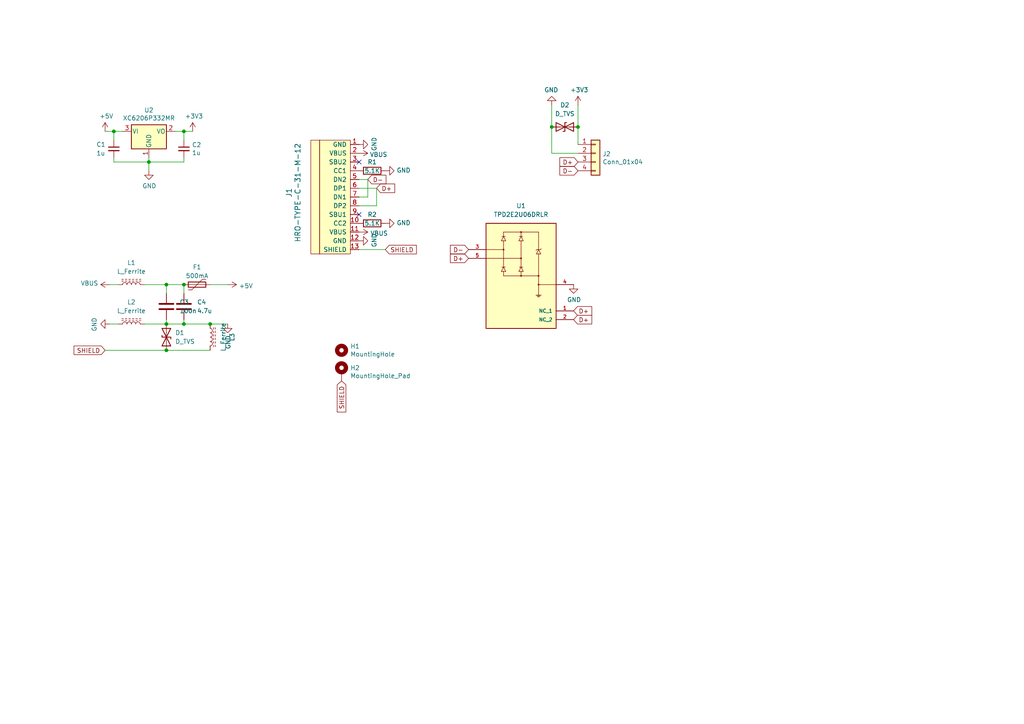
<source format=kicad_sch>
(kicad_sch (version 20210126) (generator eeschema)
  (paper "A4")
  (lib_symbols
    (symbol "Connector_Generic:Conn_01x04" (pin_names (offset 1.016) hide)
      (property "Reference" "J" (at 0 5.08 0))
      (property "Value" "Conn_01x04" (at 0 -7.62 0))
      (symbol "Conn_01x04_1_1"
        (rectangle (start -1.27 -4.953) (end 0 -5.207) (stroke (width 0.1524)))
        (rectangle (start -1.27 -2.413) (end 0 -2.667) (stroke (width 0.1524)))
        (rectangle (start -1.27 2.667) (end 0 2.413) (stroke (width 0.1524)))
        (rectangle (start -1.27 3.81) (end 1.27 -6.35) (stroke (width 0.254)) (fill (type background)))
        (rectangle (start -1.27 0.127) (end 0 -0.127) (stroke (width 0.1524)))
        (pin passive line (at -5.08 2.54 0) (length 3.81) (name "Pin_1") (number "1"))
        (pin passive line (at -5.08 0 0) (length 3.81) (name "Pin_2") (number "2"))
        (pin passive line (at -5.08 -2.54 0) (length 3.81) (name "Pin_3") (number "3"))
        (pin passive line (at -5.08 -5.08 0) (length 3.81) (name "Pin_4") (number "4"))
      )
    )
    (symbol "Device:C" (pin_numbers hide) (pin_names (offset 0.254))
      (property "Reference" "C" (at 0.635 2.54 0))
      (property "Value" "C" (at 0.635 -2.54 0))
      (symbol "C_0_1"
        (polyline (pts (xy -2.032 -0.762) (xy 2.032 -0.762)) (stroke (width 0.508)))
        (polyline (pts (xy -2.032 0.762) (xy 2.032 0.762)) (stroke (width 0.508)))
      )
      (symbol "C_1_1"
        (pin passive line (at 0 3.81 270) (length 2.794) (name "~") (number "1"))
        (pin passive line (at 0 -3.81 90) (length 2.794) (name "~") (number "2"))
      )
    )
    (symbol "Device:C_Small" (pin_numbers hide) (pin_names (offset 0.254) hide)
      (property "Reference" "C" (at 0.254 1.778 0))
      (property "Value" "C_Small" (at 0.254 -2.032 0))
      (symbol "C_Small_0_1"
        (polyline (pts (xy -1.524 -0.508) (xy 1.524 -0.508)) (stroke (width 0.3302)))
        (polyline (pts (xy -1.524 0.508) (xy 1.524 0.508)) (stroke (width 0.3048)))
      )
      (symbol "C_Small_1_1"
        (pin passive line (at 0 2.54 270) (length 2.032) (name "~") (number "1"))
        (pin passive line (at 0 -2.54 90) (length 2.032) (name "~") (number "2"))
      )
    )
    (symbol "Device:D_TVS" (pin_numbers hide) (pin_names (offset 1.016) hide)
      (property "Reference" "D" (at 0 2.54 0))
      (property "Value" "D_TVS" (at 0 -2.54 0))
      (symbol "D_TVS_0_1"
        (polyline (pts (xy 1.27 0) (xy -1.27 0)))
        (polyline (pts (xy 0.508 1.27) (xy 0 1.27) (xy 0 -1.27) (xy -0.508 -1.27)) (stroke (width 0.254)))
        (polyline (pts (xy -2.54 1.27) (xy -2.54 -1.27) (xy 2.54 1.27) (xy 2.54 -1.27) (xy -2.54 1.27)) (stroke (width 0.254)))
      )
      (symbol "D_TVS_1_1"
        (pin passive line (at -3.81 0 0) (length 2.54) (name "A1") (number "1"))
        (pin passive line (at 3.81 0 180) (length 2.54) (name "A2") (number "2"))
      )
    )
    (symbol "Device:L_Ferrite" (pin_numbers hide) (pin_names (offset 1.016) hide)
      (property "Reference" "L" (at -1.27 0 90))
      (property "Value" "L_Ferrite" (at 2.794 0 90))
      (symbol "L_Ferrite_0_1"
        (arc (start 0 -2.54) (end 0 -1.27) (radius (at 0 -1.905) (length 0.635) (angles -89.9 89.9)))
        (arc (start 0 -1.27) (end 0 0) (radius (at 0 -0.635) (length 0.635) (angles -89.9 89.9)))
        (arc (start 0 0) (end 0 1.27) (radius (at 0 0.635) (length 0.635) (angles -89.9 89.9)))
        (arc (start 0 1.27) (end 0 2.54) (radius (at 0 1.905) (length 0.635) (angles -89.9 89.9)))
        (polyline (pts (xy 1.016 -2.794) (xy 1.016 -2.286)))
        (polyline (pts (xy 1.016 -1.778) (xy 1.016 -1.27)))
        (polyline (pts (xy 1.016 -0.762) (xy 1.016 -0.254)))
        (polyline (pts (xy 1.016 0.254) (xy 1.016 0.762)))
        (polyline (pts (xy 1.016 1.27) (xy 1.016 1.778)))
        (polyline (pts (xy 1.016 2.286) (xy 1.016 2.794)))
        (polyline (pts (xy 1.524 -2.286) (xy 1.524 -2.794)))
        (polyline (pts (xy 1.524 -1.27) (xy 1.524 -1.778)))
        (polyline (pts (xy 1.524 -0.254) (xy 1.524 -0.762)))
        (polyline (pts (xy 1.524 0.762) (xy 1.524 0.254)))
        (polyline (pts (xy 1.524 1.778) (xy 1.524 1.27)))
        (polyline (pts (xy 1.524 2.794) (xy 1.524 2.286)))
      )
      (symbol "L_Ferrite_1_1"
        (pin passive line (at 0 3.81 270) (length 1.27) (name "1") (number "1"))
        (pin passive line (at 0 -3.81 90) (length 1.27) (name "2") (number "2"))
      )
    )
    (symbol "Device:Polyfuse" (pin_numbers hide) (pin_names (offset 0))
      (property "Reference" "F" (at -2.54 0 90))
      (property "Value" "Polyfuse" (at 2.54 0 90))
      (symbol "Polyfuse_0_1"
        (rectangle (start -0.762 2.54) (end 0.762 -2.54) (stroke (width 0.254)))
        (polyline (pts (xy 0 2.54) (xy 0 -2.54)))
        (polyline (pts (xy -1.524 2.54) (xy -1.524 1.524) (xy 1.524 -1.524) (xy 1.524 -2.54)))
      )
      (symbol "Polyfuse_1_1"
        (pin passive line (at 0 3.81 270) (length 1.27) (name "~") (number "1"))
        (pin passive line (at 0 -3.81 90) (length 1.27) (name "~") (number "2"))
      )
    )
    (symbol "Device:R" (pin_numbers hide) (pin_names (offset 0))
      (property "Reference" "R" (at 2.032 0 90))
      (property "Value" "R" (at 0 0 90))
      (symbol "R_0_1"
        (rectangle (start -1.016 -2.54) (end 1.016 2.54) (stroke (width 0.254)))
      )
      (symbol "R_1_1"
        (pin passive line (at 0 3.81 270) (length 1.27) (name "~") (number "1"))
        (pin passive line (at 0 -3.81 90) (length 1.27) (name "~") (number "2"))
      )
    )
    (symbol "Mechanical:MountingHole" (pin_names (offset 1.016))
      (property "Reference" "H" (at 0 5.08 0))
      (property "Value" "MountingHole" (at 0 3.175 0))
      (symbol "MountingHole_0_1"
        (circle (center 0 0) (radius 1.27) (stroke (width 1.27)))
      )
    )
    (symbol "Mechanical:MountingHole_Pad" (pin_numbers hide) (pin_names (offset 1.016) hide)
      (property "Reference" "H" (at 0 6.35 0))
      (property "Value" "MountingHole_Pad" (at 0 4.445 0))
      (symbol "MountingHole_Pad_0_1"
        (circle (center 0 1.27) (radius 1.27) (stroke (width 1.27)))
      )
      (symbol "MountingHole_Pad_1_1"
        (pin input line (at 0 -2.54 90) (length 2.54) (name "1") (number "1"))
      )
    )
    (symbol "Regulator_Linear:XC6206PxxxMR" (pin_names (offset 0.254))
      (property "Reference" "U" (at -3.81 3.175 0))
      (property "Value" "XC6206PxxxMR" (at 0 3.175 0))
      (symbol "XC6206PxxxMR_0_1"
        (rectangle (start -5.08 1.905) (end 5.08 -5.08) (stroke (width 0.254)) (fill (type background)))
      )
      (symbol "XC6206PxxxMR_1_1"
        (pin power_in line (at 0 -7.62 90) (length 2.54) (name "GND") (number "1"))
        (pin power_out line (at 7.62 0 180) (length 2.54) (name "VO") (number "2"))
        (pin power_in line (at -7.62 0 0) (length 2.54) (name "VI") (number "3"))
      )
    )
    (symbol "TPD2E2U06DRLR:TPD2E2U06DRLR" (pin_names (offset 1.016))
      (property "Reference" "U" (at -10.16 16.2306 0))
      (property "Value" "TPD2E2U06DRLR" (at -10.16 -19.2278 0))
      (symbol "TPD2E2U06DRLR_0_0"
        (circle (center 0 12.7) (radius 0.127) (stroke (width 0.254)))
        (circle (center 0 5.08) (radius 0.127) (stroke (width 0.254)))
        (circle (center -5.08 7.62) (radius 0.127) (stroke (width 0.254)))
        (circle (center 5.08 0) (radius 0.127) (stroke (width 0.254)))
        (circle (center 0 0) (radius 0.127) (stroke (width 0.254)))
        (circle (center 5.08 -2.54) (radius 0.127) (stroke (width 0.254)))
        (rectangle (start -10.16 -15.24) (end 10.16 15.24) (stroke (width 0.254)) (fill (type background)))
        (polyline (pts (xy 0.508 11.43) (xy 0 11.43)) (stroke (width 0.1524)))
        (polyline (pts (xy 0 11.43) (xy -0.508 11.43)) (stroke (width 0.1524)))
        (polyline (pts (xy 0.635 10.16) (xy 0 11.43)) (stroke (width 0.1524)))
        (polyline (pts (xy 0 11.43) (xy -0.635 10.16)) (stroke (width 0.1524)))
        (polyline (pts (xy -0.635 10.16) (xy 0 10.16)) (stroke (width 0.1524)))
        (polyline (pts (xy 0 10.16) (xy 0.635 10.16)) (stroke (width 0.1524)))
        (polyline (pts (xy -4.572 11.43) (xy -5.08 11.43)) (stroke (width 0.1524)))
        (polyline (pts (xy -5.08 11.43) (xy -5.588 11.43)) (stroke (width 0.1524)))
        (polyline (pts (xy -4.445 10.16) (xy -5.08 11.43)) (stroke (width 0.1524)))
        (polyline (pts (xy -5.08 11.43) (xy -5.715 10.16)) (stroke (width 0.1524)))
        (polyline (pts (xy -5.715 10.16) (xy -5.08 10.16)) (stroke (width 0.1524)))
        (polyline (pts (xy -5.08 10.16) (xy -4.445 10.16)) (stroke (width 0.1524)))
        (polyline (pts (xy 5.715 6.35) (xy 5.08 7.62)) (stroke (width 0.1524)))
        (polyline (pts (xy 5.08 7.62) (xy 4.445 6.35)) (stroke (width 0.1524)))
        (polyline (pts (xy 4.572 7.62) (xy 5.08 7.62)) (stroke (width 0.1524)))
        (polyline (pts (xy 4.445 6.35) (xy 5.715 6.35)) (stroke (width 0.1524)))
        (polyline (pts (xy 5.08 7.62) (xy 5.588 7.62)) (stroke (width 0.1524)))
        (polyline (pts (xy 4.572 7.62) (xy 4.318 7.366)) (stroke (width 0.1524)))
        (polyline (pts (xy 5.588 7.62) (xy 5.842 7.874)) (stroke (width 0.1524)))
        (polyline (pts (xy 5.08 6.35) (xy 5.08 0)) (stroke (width 0.1524)))
        (polyline (pts (xy 5.08 0) (xy 5.08 -2.54)) (stroke (width 0.1524)))
        (polyline (pts (xy 5.08 -2.54) (xy 5.08 -5.588)) (stroke (width 0.1524)))
        (polyline (pts (xy 5.08 -5.588) (xy 4.318 -5.588)) (stroke (width 0.1524)))
        (polyline (pts (xy 5.08 -5.588) (xy 5.842 -5.588)) (stroke (width 0.1524)))
        (polyline (pts (xy 4.572 -5.842) (xy 5.588 -5.842)) (stroke (width 0.1524)))
        (polyline (pts (xy 4.826 -6.096) (xy 5.334 -6.096)) (stroke (width 0.1524)))
        (polyline (pts (xy 0.508 2.54) (xy 0 2.54)) (stroke (width 0.1524)))
        (polyline (pts (xy 0 2.54) (xy -0.508 2.54)) (stroke (width 0.1524)))
        (polyline (pts (xy 0.635 1.27) (xy 0 2.54)) (stroke (width 0.1524)))
        (polyline (pts (xy 0 2.54) (xy -0.635 1.27)) (stroke (width 0.1524)))
        (polyline (pts (xy -0.635 1.27) (xy 0 1.27)) (stroke (width 0.1524)))
        (polyline (pts (xy 0 1.27) (xy 0.635 1.27)) (stroke (width 0.1524)))
        (polyline (pts (xy -4.572 2.54) (xy -5.08 2.54)) (stroke (width 0.1524)))
        (polyline (pts (xy -5.08 2.54) (xy -5.588 2.54)) (stroke (width 0.1524)))
        (polyline (pts (xy -4.445 1.27) (xy -5.08 2.54)) (stroke (width 0.1524)))
        (polyline (pts (xy -5.08 2.54) (xy -5.715 1.27)) (stroke (width 0.1524)))
        (polyline (pts (xy -5.715 1.27) (xy -5.08 1.27)) (stroke (width 0.1524)))
        (polyline (pts (xy -5.08 1.27) (xy -4.445 1.27)) (stroke (width 0.1524)))
        (polyline (pts (xy -5.08 11.43) (xy -5.08 12.7)) (stroke (width 0.1524)))
        (polyline (pts (xy -5.08 12.7) (xy 0 12.7)) (stroke (width 0.1524)))
        (polyline (pts (xy 0 12.7) (xy 5.08 12.7)) (stroke (width 0.1524)))
        (polyline (pts (xy 0 11.43) (xy 0 12.7)) (stroke (width 0.1524)))
        (polyline (pts (xy 0 10.16) (xy 0 5.08)) (stroke (width 0.1524)))
        (polyline (pts (xy 0 5.08) (xy 0 2.54)) (stroke (width 0.1524)))
        (polyline (pts (xy -5.08 10.16) (xy -5.08 7.62)) (stroke (width 0.1524)))
        (polyline (pts (xy -5.08 7.62) (xy -5.08 2.54)) (stroke (width 0.1524)))
        (polyline (pts (xy -5.08 1.27) (xy -5.08 0)) (stroke (width 0.1524)))
        (polyline (pts (xy -5.08 0) (xy 0 0)) (stroke (width 0.1524)))
        (polyline (pts (xy 0 1.27) (xy 0 0)) (stroke (width 0.1524)))
        (polyline (pts (xy 5.08 7.62) (xy 5.08 12.7)) (stroke (width 0.1524)))
        (polyline (pts (xy 0 5.08) (xy -10.16 5.08)) (stroke (width 0.1524)))
        (polyline (pts (xy -5.08 7.62) (xy -10.16 7.62)) (stroke (width 0.1524)))
        (polyline (pts (xy 5.08 -2.54) (xy 10.16 -2.54)) (stroke (width 0.1524)))
        (polyline (pts (xy 0 0) (xy 5.08 0)) (stroke (width 0.1524)))
        (pin bidirectional line (at -15.24 7.62 0) (length 5.08) (name "~") (number "3"))
        (pin bidirectional line (at -15.24 5.08 0) (length 5.08) (name "~") (number "5"))
        (pin power_in line (at 15.24 -2.54 180) (length 5.08) (name "~") (number "4"))
        (pin passive line (at 15.24 -10.16 180) (length 5.08) (name "NC_1") (number "1"))
        (pin passive line (at 15.24 -12.7 180) (length 5.08) (name "NC_2") (number "2"))
      )
    )
    (symbol "dboard-rescue:HRO-TYPE-C-31-M-12-Type-C" (pin_names (offset 1.016))
      (property "Reference" "USB" (at -5.08 16.51 0))
      (property "Value" "HRO-TYPE-C-31-M-12-Type-C" (at -10.16 -1.27 90))
      (symbol "HRO-TYPE-C-31-M-12-Type-C_0_1"
        (rectangle (start -11.43 15.24) (end -8.89 -17.78) (fill (type background)))
        (rectangle (start 0 -17.78) (end -8.89 15.24) (fill (type background)))
      )
      (symbol "HRO-TYPE-C-31-M-12-Type-C_1_1"
        (pin input line (at 2.54 13.97 180) (length 2.54) (name "GND") (number "1"))
        (pin input line (at 2.54 -8.89 180) (length 2.54) (name "CC2") (number "10"))
        (pin input line (at 2.54 -11.43 180) (length 2.54) (name "VBUS") (number "11"))
        (pin input line (at 2.54 -13.97 180) (length 2.54) (name "GND") (number "12"))
        (pin input line (at 2.54 -16.51 180) (length 2.54) (name "SHIELD") (number "13"))
        (pin input line (at 2.54 11.43 180) (length 2.54) (name "VBUS") (number "2"))
        (pin input line (at 2.54 8.89 180) (length 2.54) (name "SBU2") (number "3"))
        (pin input line (at 2.54 6.35 180) (length 2.54) (name "CC1") (number "4"))
        (pin input line (at 2.54 3.81 180) (length 2.54) (name "DN2") (number "5"))
        (pin input line (at 2.54 1.27 180) (length 2.54) (name "DP1") (number "6"))
        (pin input line (at 2.54 -1.27 180) (length 2.54) (name "DN1") (number "7"))
        (pin input line (at 2.54 -3.81 180) (length 2.54) (name "DP2") (number "8"))
        (pin input line (at 2.54 -6.35 180) (length 2.54) (name "SBU1") (number "9"))
      )
    )
    (symbol "power:+3.3V" (power) (pin_names (offset 0))
      (property "Value" "+3.3V" (at 0 3.556 0))
      (symbol "+3.3V_0_1"
        (polyline (pts (xy -0.762 1.27) (xy 0 2.54)))
        (polyline (pts (xy 0 0) (xy 0 2.54)))
        (polyline (pts (xy 0 2.54) (xy 0.762 1.27)))
      )
      (symbol "+3.3V_1_1"
        (pin power_in line (at 0 0 90) (length 0) hide (name "+3V3") (number "1"))
      )
    )
    (symbol "power:+5V" (power) (pin_names (offset 0))
      (property "Value" "+5V" (at 0 3.556 0))
      (symbol "+5V_0_1"
        (polyline (pts (xy -0.762 1.27) (xy 0 2.54)))
        (polyline (pts (xy 0 0) (xy 0 2.54)))
        (polyline (pts (xy 0 2.54) (xy 0.762 1.27)))
      )
      (symbol "+5V_1_1"
        (pin power_in line (at 0 0 90) (length 0) hide (name "+5V") (number "1"))
      )
    )
    (symbol "power:GND" (power) (pin_names (offset 0))
      (property "Value" "GND" (at 0 -3.81 0))
      (symbol "GND_0_1"
        (polyline (pts (xy 0 0) (xy 0 -1.27) (xy 1.27 -1.27) (xy 0 -2.54) (xy -1.27 -1.27) (xy 0 -1.27)))
      )
      (symbol "GND_1_1"
        (pin power_in line (at 0 0 270) (length 0) hide (name "GND") (number "1"))
      )
    )
    (symbol "power:VBUS" (power) (pin_names (offset 0))
      (property "Value" "VBUS" (at 0 3.81 0))
      (symbol "VBUS_0_1"
        (polyline (pts (xy -0.762 1.27) (xy 0 2.54)))
        (polyline (pts (xy 0 0) (xy 0 2.54)))
        (polyline (pts (xy 0 2.54) (xy 0.762 1.27)))
      )
      (symbol "VBUS_1_1"
        (pin power_in line (at 0 0 90) (length 0) hide (name "VBUS") (number "1"))
      )
    )
  )
  (junction (at 33.02 38.1) (diameter 0.9144))
  (junction (at 43.18 46.99) (diameter 0.9144))
  (junction (at 48.26 82.55) (diameter 0.9144))
  (junction (at 48.26 93.98) (diameter 0.9144))
  (junction (at 48.26 101.6) (diameter 0.9144))
  (junction (at 53.34 38.1) (diameter 0.9144))
  (junction (at 53.34 82.55) (diameter 0.9144))
  (junction (at 53.34 93.98) (diameter 0.9144))
  (junction (at 60.96 93.98) (diameter 0.9144))
  (junction (at 160.02 36.83) (diameter 0.9144))
  (junction (at 167.64 36.83) (diameter 0.9144))
  (no_connect (at 104.14 46.99))
  (no_connect (at 104.14 62.23))
  (wire (pts (xy 30.48 38.1) (xy 33.02 38.1)))
  (wire (pts (xy 30.48 101.6) (xy 48.26 101.6)))
  (wire (pts (xy 31.75 82.55) (xy 34.29 82.55)))
  (wire (pts (xy 31.75 93.98) (xy 34.29 93.98)))
  (wire (pts (xy 33.02 38.1) (xy 33.02 40.64)))
  (wire (pts (xy 33.02 38.1) (xy 35.56 38.1)))
  (wire (pts (xy 33.02 45.72) (xy 33.02 46.99)))
  (wire (pts (xy 33.02 46.99) (xy 43.18 46.99)))
  (wire (pts (xy 41.91 82.55) (xy 48.26 82.55)))
  (wire (pts (xy 41.91 93.98) (xy 48.26 93.98)))
  (wire (pts (xy 43.18 45.72) (xy 43.18 46.99)))
  (wire (pts (xy 43.18 46.99) (xy 43.18 49.53)))
  (wire (pts (xy 48.26 82.55) (xy 48.26 85.09)))
  (wire (pts (xy 48.26 82.55) (xy 53.34 82.55)))
  (wire (pts (xy 48.26 92.71) (xy 48.26 93.98)))
  (wire (pts (xy 48.26 93.98) (xy 53.34 93.98)))
  (wire (pts (xy 48.26 101.6) (xy 60.96 101.6)))
  (wire (pts (xy 50.8 38.1) (xy 53.34 38.1)))
  (wire (pts (xy 53.34 38.1) (xy 53.34 40.64)))
  (wire (pts (xy 53.34 38.1) (xy 55.88 38.1)))
  (wire (pts (xy 53.34 45.72) (xy 53.34 46.99)))
  (wire (pts (xy 53.34 46.99) (xy 43.18 46.99)))
  (wire (pts (xy 53.34 82.55) (xy 53.34 85.09)))
  (wire (pts (xy 53.34 92.71) (xy 53.34 93.98)))
  (wire (pts (xy 53.34 93.98) (xy 60.96 93.98)))
  (wire (pts (xy 60.96 82.55) (xy 66.04 82.55)))
  (wire (pts (xy 60.96 93.98) (xy 66.04 93.98)))
  (wire (pts (xy 104.14 52.07) (xy 106.68 52.07)))
  (wire (pts (xy 104.14 54.61) (xy 109.22 54.61)))
  (wire (pts (xy 104.14 72.39) (xy 111.76 72.39)))
  (wire (pts (xy 106.68 52.07) (xy 106.68 57.15)))
  (wire (pts (xy 106.68 57.15) (xy 104.14 57.15)))
  (wire (pts (xy 109.22 54.61) (xy 109.22 59.69)))
  (wire (pts (xy 109.22 59.69) (xy 104.14 59.69)))
  (wire (pts (xy 160.02 30.48) (xy 160.02 36.83)))
  (wire (pts (xy 160.02 36.83) (xy 160.02 44.45)))
  (wire (pts (xy 160.02 44.45) (xy 167.64 44.45)))
  (wire (pts (xy 167.64 30.48) (xy 167.64 36.83)))
  (wire (pts (xy 167.64 36.83) (xy 167.64 41.91)))
  (global_label "SHIELD" (shape input) (at 30.48 101.6 180) (property "Intersheet References" "${INTERSHEET_REFS}" (effects hide)))
  (global_label "SHIELD" (shape input) (at 99.06 110.49 270) (property "Intersheet References" "${INTERSHEET_REFS}" (effects hide)))
  (global_label "D-" (shape input) (at 106.68 52.07 0) (property "Intersheet References" "${INTERSHEET_REFS}" (effects hide)))
  (global_label "D+" (shape input) (at 109.22 54.61 0) (property "Intersheet References" "${INTERSHEET_REFS}" (effects hide)))
  (global_label "SHIELD" (shape input) (at 111.76 72.39 0) (property "Intersheet References" "${INTERSHEET_REFS}" (effects hide)))
  (global_label "D-" (shape input) (at 135.89 72.39 180) (property "Intersheet References" "${INTERSHEET_REFS}" (effects hide)))
  (global_label "D+" (shape input) (at 135.89 74.93 180) (property "Intersheet References" "${INTERSHEET_REFS}" (effects hide)))
  (global_label "D+" (shape input) (at 166.37 90.17 0) (property "Intersheet References" "${INTERSHEET_REFS}" (effects hide)))
  (global_label "D+" (shape input) (at 166.37 92.71 0) (property "Intersheet References" "${INTERSHEET_REFS}" (effects hide)))
  (global_label "D+" (shape input) (at 167.64 46.99 180) (property "Intersheet References" "${INTERSHEET_REFS}" (effects hide)))
  (global_label "D-" (shape input) (at 167.64 49.53 180) (property "Intersheet References" "${INTERSHEET_REFS}" (effects hide)))
  (symbol (lib_id "power:+5V") (at 30.48 38.1 0) (unit 1)
    (property "Reference" "#PWR0105" (effects hide))
    (property "Value" "+5V" (at 30.861 33.7058 0))
  )
  (symbol (lib_id "power:VBUS") (at 31.75 82.55 90) (unit 1)
    (property "Reference" "#PWR0103" (effects hide))
    (property "Value" "VBUS" (at 28.4988 82.169 90) (effects (justify left)))
  )
  (symbol (lib_id "power:+3.3V") (at 55.88 38.1 0) (unit 1)
    (property "Reference" "#PWR0106" (effects hide))
    (property "Value" "+3.3V" (at 56.261 33.7058 0))
  )
  (symbol (lib_id "power:+5V") (at 66.04 82.55 270) (unit 1)
    (property "Reference" "#PWR04" (effects hide))
    (property "Value" "+5V" (at 69.2912 82.931 90) (effects (justify left)))
  )
  (symbol (lib_id "power:VBUS") (at 104.14 44.45 270) (unit 1)
    (property "Reference" "#PWR03" (effects hide))
    (property "Value" "VBUS" (at 109.8042 44.831 90))
  )
  (symbol (lib_id "power:VBUS") (at 104.14 67.31 270) (unit 1)
    (property "Reference" "#PWR08" (effects hide))
    (property "Value" "VBUS" (at 107.3912 67.691 90) (effects (justify left)))
  )
  (symbol (lib_id "power:+3.3V") (at 167.64 30.48 0) (unit 1)
    (property "Reference" "#PWR0102" (effects hide))
    (property "Value" "+3.3V" (at 168.021 26.0858 0))
  )
  (symbol (lib_id "power:GND") (at 31.75 93.98 270) (unit 1)
    (property "Reference" "#PWR0109" (effects hide))
    (property "Value" "GND" (at 27.3558 94.107 0))
  )
  (symbol (lib_id "power:GND") (at 43.18 49.53 0) (unit 1)
    (property "Reference" "#PWR0107" (effects hide))
    (property "Value" "GND" (at 43.307 53.9242 0))
  )
  (symbol (lib_id "power:GND") (at 66.04 93.98 0) (unit 1)
    (property "Reference" "#PWR0108" (effects hide))
    (property "Value" "GND" (at 66.167 97.2312 90) (effects (justify right)))
  )
  (symbol (lib_id "power:GND") (at 104.14 41.91 90) (unit 1)
    (property "Reference" "#PWR0110" (effects hide))
    (property "Value" "GND" (at 108.5342 41.783 0))
  )
  (symbol (lib_id "power:GND") (at 104.14 69.85 90) (unit 1)
    (property "Reference" "#PWR0104" (effects hide))
    (property "Value" "GND" (at 108.5342 69.723 0))
  )
  (symbol (lib_id "power:GND") (at 111.76 49.53 90) (unit 1)
    (property "Reference" "#PWR05" (effects hide))
    (property "Value" "GND" (at 115.0112 49.403 90) (effects (justify right)))
  )
  (symbol (lib_id "power:GND") (at 111.76 64.77 90) (unit 1)
    (property "Reference" "#PWR07" (effects hide))
    (property "Value" "GND" (at 115.0112 64.643 90) (effects (justify right)))
  )
  (symbol (lib_id "power:GND") (at 160.02 30.48 180) (unit 1)
    (property "Reference" "#PWR0101" (effects hide))
    (property "Value" "GND" (at 159.893 26.0858 0))
  )
  (symbol (lib_id "power:GND") (at 166.37 82.55 0) (unit 1)
    (property "Reference" "#PWR06" (effects hide))
    (property "Value" "GND" (at 166.497 86.9442 0))
  )
  (symbol (lib_id "Mechanical:MountingHole") (at 99.06 101.6 0) (unit 1)
    (property "Reference" "H1" (at 101.6 100.4316 0) (effects (justify left)))
    (property "Value" "MountingHole" (at 101.6 102.743 0) (effects (justify left)))
    (property "Footprint" "crokto:M3_Via_Hole_NC" (effects hide))
  )
  (symbol (lib_id "Device:L_Ferrite") (at 38.1 82.55 90) (unit 1)
    (property "Reference" "L1" (at 38.1 76.2 90))
    (property "Value" "L_Ferrite" (at 38.1 78.74 90))
    (property "Footprint" "other:BEADC1005X55N" (effects hide))
  )
  (symbol (lib_id "Device:L_Ferrite") (at 38.1 93.98 90) (unit 1)
    (property "Reference" "L2" (at 38.1 87.63 90))
    (property "Value" "L_Ferrite" (at 38.1 90.17 90))
    (property "Footprint" "other:BEADC1005X55N" (effects hide))
  )
  (symbol (lib_id "Device:L_Ferrite") (at 60.96 97.79 0) (unit 1)
    (property "Reference" "L3" (at 67.31 97.79 90))
    (property "Value" "L_Ferrite" (at 64.77 97.79 90))
    (property "Footprint" "other:BEADC1005X55N" (effects hide))
  )
  (symbol (lib_id "Device:R") (at 107.95 49.53 270) (unit 1)
    (property "Reference" "R1" (at 107.95 46.99 90))
    (property "Value" "5.1K" (at 107.95 49.53 90))
    (property "Footprint" "Resistor_SMD:R_0402_1005Metric" (effects hide))
    (property "jlc" "C23186" (effects hide))
  )
  (symbol (lib_id "Device:R") (at 107.95 64.77 270) (unit 1)
    (property "Reference" "R2" (at 107.95 62.23 90))
    (property "Value" "5.1K" (at 107.95 64.77 90))
    (property "Footprint" "Resistor_SMD:R_0402_1005Metric" (effects hide))
    (property "jlc" "C23186" (effects hide))
  )
  (symbol (lib_id "Device:C_Small") (at 33.02 43.18 0) (unit 1)
    (property "Reference" "C1" (at 27.94 41.91 0) (effects (justify left)))
    (property "Value" "1u" (at 27.94 44.45 0) (effects (justify left)))
    (property "Footprint" "Capacitor_SMD:C_0402_1005Metric" (effects hide))
    (property "LCSC" "C52923" (effects hide))
  )
  (symbol (lib_id "Device:C_Small") (at 53.34 43.18 0) (unit 1)
    (property "Reference" "C2" (at 55.6768 42.0116 0) (effects (justify left)))
    (property "Value" "1u" (at 55.6768 44.323 0) (effects (justify left)))
    (property "Footprint" "Capacitor_SMD:C_0402_1005Metric" (effects hide))
    (property "LCSC" "C52923" (effects hide))
  )
  (symbol (lib_id "Mechanical:MountingHole_Pad") (at 99.06 107.95 0) (unit 1)
    (property "Reference" "H2" (at 101.6 106.7054 0) (effects (justify left)))
    (property "Value" "MountingHole_Pad" (at 101.6 109.0168 0) (effects (justify left)))
    (property "Footprint" "crokto:M3_Via_Hole" (effects hide))
  )
  (symbol (lib_id "Device:D_TVS") (at 48.26 97.79 90) (unit 1)
    (property "Reference" "D1" (at 50.8 96.52 90) (effects (justify right)))
    (property "Value" "D_TVS" (at 50.8 99.06 90) (effects (justify right)))
    (property "Footprint" "other:BSD3C051V" (effects hide))
  )
  (symbol (lib_id "Device:D_TVS") (at 163.83 36.83 0) (unit 1)
    (property "Reference" "D2" (at 163.83 30.48 0))
    (property "Value" "D_TVS" (at 163.83 33.02 0))
    (property "Footprint" "Diode_SMD:D_SOD-123" (effects hide))
  )
  (symbol (lib_id "Device:Polyfuse") (at 57.15 82.55 270) (unit 1)
    (property "Reference" "F1" (at 57.15 77.47 90))
    (property "Value" "500mA" (at 57.15 80.01 90))
    (property "Footprint" "Fuse:Fuse_1206_3216Metric" (effects hide))
    (property "jlc" "C70076" (effects hide))
  )
  (symbol (lib_id "Device:C") (at 48.26 88.9 0) (unit 1)
    (property "Reference" "C3" (at 52.07 87.63 0) (effects (justify left)))
    (property "Value" "100n" (at 52.07 90.17 0) (effects (justify left)))
    (property "Footprint" "Capacitor_SMD:C_0402_1005Metric" (effects hide))
  )
  (symbol (lib_id "Device:C") (at 53.34 88.9 0) (unit 1)
    (property "Reference" "C4" (at 57.15 87.63 0) (effects (justify left)))
    (property "Value" "4.7u" (at 57.15 90.17 0) (effects (justify left)))
    (property "Footprint" "Capacitor_SMD:C_0402_1005Metric" (effects hide))
  )
  (symbol (lib_id "Connector_Generic:Conn_01x04") (at 172.72 44.45 0) (unit 1)
    (property "Reference" "J2" (at 174.752 44.653 0) (effects (justify left)))
    (property "Value" "Conn_01x04" (at 174.752 46.9646 0) (effects (justify left)))
    (property "Footprint" "crokto:JST_SH_SM04B-SRSS-TB_1x04-1MP_P1.00mm_Horizontal" (effects hide))
  )
  (symbol (lib_id "Regulator_Linear:XC6206PxxxMR") (at 43.18 38.1 0) (unit 1)
    (property "Reference" "U2" (at 43.18 31.9532 0))
    (property "Value" "XC6206P332MR" (at 43.18 34.2646 0))
    (property "Footprint" "Package_TO_SOT_SMD:SOT-23" (effects hide))
    (property "Datasheet" "https://www.torexsemi.com/file/xc6206/XC6206.pdf" (effects hide))
    (property "LCSC" "C5446" (effects hide))
  )
  (symbol (lib_id "dboard-rescue:HRO-TYPE-C-31-M-12-Type-C") (at 101.6 55.88 0) (unit 1)
    (property "Reference" "J1" (at 83.82 55.88 90) (effects (font (size 1.524 1.524))))
    (property "Value" "HRO-TYPE-C-31-M-12" (at 86.36 55.88 90) (effects (font (size 1.524 1.524))))
    (property "Footprint" "Type-C:HRO-TYPE-C-31-M-12-Assembly" (effects hide))
  )
  (symbol (lib_id "TPD2E2U06DRLR:TPD2E2U06DRLR") (at 151.13 80.01 0) (unit 1)
    (property "Reference" "U1" (at 151.13 59.69 0))
    (property "Value" "TPD2E2U06DRLR" (at 151.13 62.23 0))
    (property "Footprint" "other:SOTFL50P160X60-5N" (effects hide))
    (property "DESCRIPTION" "Dual-channel high-speed ESD protection 5-SOT-5X3 -40 to 125" (effects hide))
    (property "AVAILABILITY" "Good" (effects hide))
    (property "MF" "Texas Instruments" (effects hide))
    (property "PRICE" "None" (effects hide))
    (property "TEXAS_INSTRUMENTS-PURCHASE-URL" "https://snapeda.com/shop?store=Texas+Instruments&id=213922" (effects hide))
    (property "PACKAGE" "SOT-5X3-5 Texas Instruments" (effects hide))
    (property "DIGIKEY-PURCHASE-URL" "https://snapeda.com/shop?store=DigiKey&id=213922" (effects hide))
    (property "MP" "TPD2E2U06DRLR" (effects hide))
    (property "MOUSER-PURCHASE-URL" "https://snapeda.com/shop?store=Mouser&id=213922" (effects hide))
  )
)
</source>
